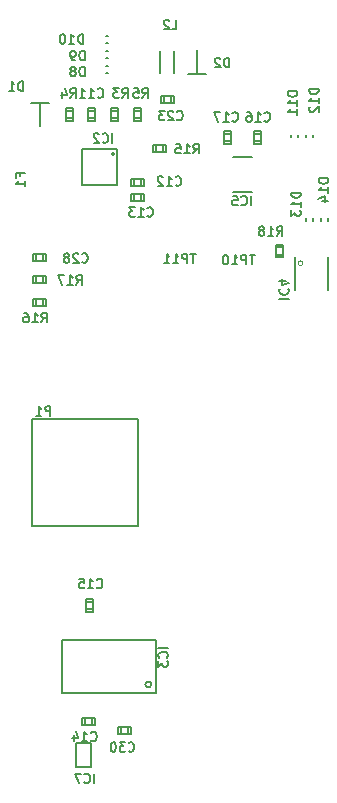
<source format=gbr>
G04 #@! TF.GenerationSoftware,KiCad,Pcbnew,5.1.8+dfsg1-1~bpo10+1*
G04 #@! TF.CreationDate,2021-01-02T21:10:29+01:00*
G04 #@! TF.ProjectId,easyhive,65617379-6869-4766-952e-6b696361645f,rev?*
G04 #@! TF.SameCoordinates,Original*
G04 #@! TF.FileFunction,Legend,Bot*
G04 #@! TF.FilePolarity,Positive*
%FSLAX46Y46*%
G04 Gerber Fmt 4.6, Leading zero omitted, Abs format (unit mm)*
G04 Created by KiCad (PCBNEW 5.1.8+dfsg1-1~bpo10+1) date 2021-01-02 21:10:29*
%MOMM*%
%LPD*%
G01*
G04 APERTURE LIST*
%ADD10C,0.127000*%
%ADD11C,0.203200*%
%ADD12C,0.150000*%
%ADD13C,0.100000*%
%ADD14C,0.152400*%
G04 APERTURE END LIST*
D10*
X157930000Y-90220000D02*
X157330000Y-90220000D01*
X157930000Y-89620000D02*
X157330000Y-89620000D01*
X157930000Y-90220000D02*
X157930000Y-90470000D01*
X157930000Y-89620000D02*
X157930000Y-90220000D01*
X157930000Y-89370000D02*
X157930000Y-89620000D01*
X157330000Y-90220000D02*
X157330000Y-90470000D01*
X157330000Y-89620000D02*
X157330000Y-90220000D01*
X157330000Y-89370000D02*
X157330000Y-89620000D01*
X157930000Y-90470000D02*
X157330000Y-90470000D01*
X157930000Y-89370000D02*
X157330000Y-89370000D01*
X137651100Y-92038600D02*
X137651100Y-92638600D01*
X137051100Y-92038600D02*
X137051100Y-92638600D01*
X137651100Y-92038600D02*
X137901100Y-92038600D01*
X137051100Y-92038600D02*
X137651100Y-92038600D01*
X136801100Y-92038600D02*
X137051100Y-92038600D01*
X137651100Y-92638600D02*
X137901100Y-92638600D01*
X137051100Y-92638600D02*
X137651100Y-92638600D01*
X136801100Y-92638600D02*
X137051100Y-92638600D01*
X137901100Y-92038600D02*
X137901100Y-92638600D01*
X136801100Y-92038600D02*
X136801100Y-92638600D01*
X137051100Y-94543600D02*
X137051100Y-93943600D01*
X137651100Y-94543600D02*
X137651100Y-93943600D01*
X137051100Y-94543600D02*
X136801100Y-94543600D01*
X137651100Y-94543600D02*
X137051100Y-94543600D01*
X137901100Y-94543600D02*
X137651100Y-94543600D01*
X137051100Y-93943600D02*
X136801100Y-93943600D01*
X137651100Y-93943600D02*
X137051100Y-93943600D01*
X137901100Y-93943600D02*
X137651100Y-93943600D01*
X136801100Y-94543600D02*
X136801100Y-93943600D01*
X137901100Y-94543600D02*
X137901100Y-93943600D01*
X147211100Y-81526100D02*
X147211100Y-80926100D01*
X147811100Y-81526100D02*
X147811100Y-80926100D01*
X147211100Y-81526100D02*
X146961100Y-81526100D01*
X147811100Y-81526100D02*
X147211100Y-81526100D01*
X148061100Y-81526100D02*
X147811100Y-81526100D01*
X147211100Y-80926100D02*
X146961100Y-80926100D01*
X147811100Y-80926100D02*
X147211100Y-80926100D01*
X148061100Y-80926100D02*
X147811100Y-80926100D01*
X146961100Y-81526100D02*
X146961100Y-80926100D01*
X148061100Y-81526100D02*
X148061100Y-80926100D01*
X145906100Y-78668600D02*
X145306100Y-78668600D01*
X145906100Y-78068600D02*
X145306100Y-78068600D01*
X145906100Y-78668600D02*
X145906100Y-78918600D01*
X145906100Y-78068600D02*
X145906100Y-78668600D01*
X145906100Y-77818600D02*
X145906100Y-78068600D01*
X145306100Y-78668600D02*
X145306100Y-78918600D01*
X145306100Y-78068600D02*
X145306100Y-78668600D01*
X145306100Y-77818600D02*
X145306100Y-78068600D01*
X145906100Y-78918600D02*
X145306100Y-78918600D01*
X145906100Y-77818600D02*
X145306100Y-77818600D01*
X140191100Y-78668600D02*
X139591100Y-78668600D01*
X140191100Y-78068600D02*
X139591100Y-78068600D01*
X140191100Y-78668600D02*
X140191100Y-78918600D01*
X140191100Y-78068600D02*
X140191100Y-78668600D01*
X140191100Y-77818600D02*
X140191100Y-78068600D01*
X139591100Y-78668600D02*
X139591100Y-78918600D01*
X139591100Y-78068600D02*
X139591100Y-78668600D01*
X139591100Y-77818600D02*
X139591100Y-78068600D01*
X140191100Y-78918600D02*
X139591100Y-78918600D01*
X140191100Y-77818600D02*
X139591100Y-77818600D01*
X144001100Y-78668600D02*
X143401100Y-78668600D01*
X144001100Y-78068600D02*
X143401100Y-78068600D01*
X144001100Y-78668600D02*
X144001100Y-78918600D01*
X144001100Y-78068600D02*
X144001100Y-78668600D01*
X144001100Y-77818600D02*
X144001100Y-78068600D01*
X143401100Y-78668600D02*
X143401100Y-78918600D01*
X143401100Y-78068600D02*
X143401100Y-78668600D01*
X143401100Y-77818600D02*
X143401100Y-78068600D01*
X144001100Y-78918600D02*
X143401100Y-78918600D01*
X144001100Y-77818600D02*
X143401100Y-77818600D01*
X145700000Y-104175000D02*
X136700000Y-104175000D01*
X145700000Y-113175000D02*
X145700000Y-104175000D01*
X136700000Y-113175000D02*
X145700000Y-113175000D01*
X136700000Y-104175000D02*
X136700000Y-113175000D01*
D11*
X147546100Y-74823600D02*
X147546100Y-73023600D01*
X148746100Y-73023600D02*
X148746100Y-74823600D01*
D12*
X141740000Y-133603000D02*
X141740000Y-131603000D01*
X141740000Y-131603000D02*
X140440000Y-131603000D01*
X140440000Y-131603000D02*
X140440000Y-133603000D01*
X140440000Y-133603000D02*
X141740000Y-133603000D01*
D10*
X153696100Y-84948600D02*
X155296100Y-84948600D01*
X155296100Y-81948600D02*
X153696100Y-81948600D01*
D11*
X161800000Y-90450000D02*
X161800000Y-93250000D01*
X158950000Y-93250000D02*
X158950000Y-90450000D01*
D13*
X159650000Y-90950000D02*
G75*
G03*
X159650000Y-90950000I-200000J0D01*
G01*
D10*
X146805000Y-126616000D02*
G75*
G03*
X146805000Y-126616000I-250000J0D01*
G01*
X147205000Y-127366000D02*
X147205000Y-122866000D01*
X139255000Y-127366000D02*
X147205000Y-127366000D01*
X139255000Y-122866000D02*
X139255000Y-127366000D01*
X147205000Y-122866000D02*
X139255000Y-122866000D01*
D14*
X143931100Y-81313600D02*
X140931100Y-81313600D01*
X140931100Y-81313600D02*
X140931100Y-84313600D01*
X140931100Y-84313600D02*
X143931100Y-84313600D01*
X143931100Y-84313600D02*
X143931100Y-81313600D01*
X143681100Y-81688600D02*
G75*
G03*
X143681100Y-81688600I-125000J0D01*
G01*
D10*
X161181100Y-87358600D02*
X161181100Y-87158600D01*
X161781100Y-87358600D02*
X161781100Y-87158600D01*
X159911100Y-87358600D02*
X159911100Y-87158600D01*
X160511100Y-87358600D02*
X160511100Y-87158600D01*
X160511100Y-80108600D02*
X160511100Y-80308600D01*
X159911100Y-80108600D02*
X159911100Y-80308600D01*
X159241100Y-80108600D02*
X159241100Y-80308600D01*
X158641100Y-80108600D02*
X158641100Y-80308600D01*
X142966100Y-71718600D02*
X143166100Y-71718600D01*
X142966100Y-72318600D02*
X143166100Y-72318600D01*
X142966100Y-72988600D02*
X143166100Y-72988600D01*
X142966100Y-73588600D02*
X143166100Y-73588600D01*
X142966100Y-74258600D02*
X143166100Y-74258600D01*
X142966100Y-74858600D02*
X143166100Y-74858600D01*
D12*
X151436100Y-74923600D02*
X149936100Y-74923600D01*
X149936100Y-74923600D02*
X150686100Y-74923600D01*
X150686100Y-73423600D02*
X150686100Y-74923600D01*
X150686100Y-74923600D02*
X150686100Y-72923600D01*
X136601100Y-77368600D02*
X138101100Y-77368600D01*
X138101100Y-77368600D02*
X137351100Y-77368600D01*
X137351100Y-78868600D02*
X137351100Y-77368600D01*
X137351100Y-77368600D02*
X137351100Y-79368600D01*
D10*
X144218000Y-130856000D02*
X144218000Y-130256000D01*
X144818000Y-130856000D02*
X144818000Y-130256000D01*
X144218000Y-130856000D02*
X143968000Y-130856000D01*
X144818000Y-130856000D02*
X144218000Y-130856000D01*
X145068000Y-130856000D02*
X144818000Y-130856000D01*
X144218000Y-130256000D02*
X143968000Y-130256000D01*
X144818000Y-130256000D02*
X144218000Y-130256000D01*
X145068000Y-130256000D02*
X144818000Y-130256000D01*
X143968000Y-130856000D02*
X143968000Y-130256000D01*
X145068000Y-130856000D02*
X145068000Y-130256000D01*
X137051100Y-90733600D02*
X137051100Y-90133600D01*
X137651100Y-90733600D02*
X137651100Y-90133600D01*
X137051100Y-90733600D02*
X136801100Y-90733600D01*
X137651100Y-90733600D02*
X137051100Y-90733600D01*
X137901100Y-90733600D02*
X137651100Y-90733600D01*
X137051100Y-90133600D02*
X136801100Y-90133600D01*
X137651100Y-90133600D02*
X137051100Y-90133600D01*
X137901100Y-90133600D02*
X137651100Y-90133600D01*
X136801100Y-90733600D02*
X136801100Y-90133600D01*
X137901100Y-90733600D02*
X137901100Y-90133600D01*
X148446100Y-76798600D02*
X148446100Y-77398600D01*
X147846100Y-76798600D02*
X147846100Y-77398600D01*
X148446100Y-76798600D02*
X148696100Y-76798600D01*
X147846100Y-76798600D02*
X148446100Y-76798600D01*
X147596100Y-76798600D02*
X147846100Y-76798600D01*
X148446100Y-77398600D02*
X148696100Y-77398600D01*
X147846100Y-77398600D02*
X148446100Y-77398600D01*
X147596100Y-77398600D02*
X147846100Y-77398600D01*
X148696100Y-76798600D02*
X148696100Y-77398600D01*
X147596100Y-76798600D02*
X147596100Y-77398600D01*
X152926100Y-79973600D02*
X153526100Y-79973600D01*
X152926100Y-80573600D02*
X153526100Y-80573600D01*
X152926100Y-79973600D02*
X152926100Y-79723600D01*
X152926100Y-80573600D02*
X152926100Y-79973600D01*
X152926100Y-80823600D02*
X152926100Y-80573600D01*
X153526100Y-79973600D02*
X153526100Y-79723600D01*
X153526100Y-80573600D02*
X153526100Y-79973600D01*
X153526100Y-80823600D02*
X153526100Y-80573600D01*
X152926100Y-79723600D02*
X153526100Y-79723600D01*
X152926100Y-80823600D02*
X153526100Y-80823600D01*
X155466100Y-79973600D02*
X156066100Y-79973600D01*
X155466100Y-80573600D02*
X156066100Y-80573600D01*
X155466100Y-79973600D02*
X155466100Y-79723600D01*
X155466100Y-80573600D02*
X155466100Y-79973600D01*
X155466100Y-80823600D02*
X155466100Y-80573600D01*
X156066100Y-79973600D02*
X156066100Y-79723600D01*
X156066100Y-80573600D02*
X156066100Y-79973600D01*
X156066100Y-80823600D02*
X156066100Y-80573600D01*
X155466100Y-79723600D02*
X156066100Y-79723600D01*
X155466100Y-80823600D02*
X156066100Y-80823600D01*
X141305000Y-119596000D02*
X141905000Y-119596000D01*
X141305000Y-120196000D02*
X141905000Y-120196000D01*
X141305000Y-119596000D02*
X141305000Y-119346000D01*
X141305000Y-120196000D02*
X141305000Y-119596000D01*
X141305000Y-120446000D02*
X141305000Y-120196000D01*
X141905000Y-119596000D02*
X141905000Y-119346000D01*
X141905000Y-120196000D02*
X141905000Y-119596000D01*
X141905000Y-120446000D02*
X141905000Y-120196000D01*
X141305000Y-119346000D02*
X141905000Y-119346000D01*
X141305000Y-120446000D02*
X141905000Y-120446000D01*
X141195400Y-130043200D02*
X141195400Y-129443200D01*
X141795400Y-130043200D02*
X141795400Y-129443200D01*
X141195400Y-130043200D02*
X140945400Y-130043200D01*
X141795400Y-130043200D02*
X141195400Y-130043200D01*
X142045400Y-130043200D02*
X141795400Y-130043200D01*
X141195400Y-129443200D02*
X140945400Y-129443200D01*
X141795400Y-129443200D02*
X141195400Y-129443200D01*
X142045400Y-129443200D02*
X141795400Y-129443200D01*
X140945400Y-130043200D02*
X140945400Y-129443200D01*
X142045400Y-130043200D02*
X142045400Y-129443200D01*
X145906100Y-85053600D02*
X145906100Y-85653600D01*
X145306100Y-85053600D02*
X145306100Y-85653600D01*
X145906100Y-85053600D02*
X146156100Y-85053600D01*
X145306100Y-85053600D02*
X145906100Y-85053600D01*
X145056100Y-85053600D02*
X145306100Y-85053600D01*
X145906100Y-85653600D02*
X146156100Y-85653600D01*
X145306100Y-85653600D02*
X145906100Y-85653600D01*
X145056100Y-85653600D02*
X145306100Y-85653600D01*
X146156100Y-85053600D02*
X146156100Y-85653600D01*
X145056100Y-85053600D02*
X145056100Y-85653600D01*
X145906100Y-83783600D02*
X145906100Y-84383600D01*
X145306100Y-83783600D02*
X145306100Y-84383600D01*
X145906100Y-83783600D02*
X146156100Y-83783600D01*
X145306100Y-83783600D02*
X145906100Y-83783600D01*
X145056100Y-83783600D02*
X145306100Y-83783600D01*
X145906100Y-84383600D02*
X146156100Y-84383600D01*
X145306100Y-84383600D02*
X145906100Y-84383600D01*
X145056100Y-84383600D02*
X145306100Y-84383600D01*
X146156100Y-83783600D02*
X146156100Y-84383600D01*
X145056100Y-83783600D02*
X145056100Y-84383600D01*
X141450000Y-78050000D02*
X142050000Y-78050000D01*
X141450000Y-78650000D02*
X142050000Y-78650000D01*
X141450000Y-78050000D02*
X141450000Y-77800000D01*
X141450000Y-78650000D02*
X141450000Y-78050000D01*
X141450000Y-78900000D02*
X141450000Y-78650000D01*
X142050000Y-78050000D02*
X142050000Y-77800000D01*
X142050000Y-78650000D02*
X142050000Y-78050000D01*
X142050000Y-78900000D02*
X142050000Y-78650000D01*
X141450000Y-77800000D02*
X142050000Y-77800000D01*
X141450000Y-78900000D02*
X142050000Y-78900000D01*
D12*
X150576309Y-90161904D02*
X150119166Y-90161904D01*
X150347738Y-90961904D02*
X150347738Y-90161904D01*
X149852500Y-90961904D02*
X149852500Y-90161904D01*
X149547738Y-90161904D01*
X149471547Y-90200000D01*
X149433452Y-90238095D01*
X149395357Y-90314285D01*
X149395357Y-90428571D01*
X149433452Y-90504761D01*
X149471547Y-90542857D01*
X149547738Y-90580952D01*
X149852500Y-90580952D01*
X148633452Y-90961904D02*
X149090595Y-90961904D01*
X148862023Y-90961904D02*
X148862023Y-90161904D01*
X148938214Y-90276190D01*
X149014404Y-90352380D01*
X149090595Y-90390476D01*
X147871547Y-90961904D02*
X148328690Y-90961904D01*
X148100119Y-90961904D02*
X148100119Y-90161904D01*
X148176309Y-90276190D01*
X148252500Y-90352380D01*
X148328690Y-90390476D01*
X155576509Y-90261804D02*
X155119366Y-90261804D01*
X155347938Y-91061804D02*
X155347938Y-90261804D01*
X154852700Y-91061804D02*
X154852700Y-90261804D01*
X154547938Y-90261804D01*
X154471747Y-90299900D01*
X154433652Y-90337995D01*
X154395557Y-90414185D01*
X154395557Y-90528471D01*
X154433652Y-90604661D01*
X154471747Y-90642757D01*
X154547938Y-90680852D01*
X154852700Y-90680852D01*
X153633652Y-91061804D02*
X154090795Y-91061804D01*
X153862223Y-91061804D02*
X153862223Y-90261804D01*
X153938414Y-90376090D01*
X154014604Y-90452280D01*
X154090795Y-90490376D01*
X153138414Y-90261804D02*
X153062223Y-90261804D01*
X152986033Y-90299900D01*
X152947938Y-90337995D01*
X152909842Y-90414185D01*
X152871747Y-90566566D01*
X152871747Y-90757042D01*
X152909842Y-90909423D01*
X152947938Y-90985614D01*
X152986033Y-91023709D01*
X153062223Y-91061804D01*
X153138414Y-91061804D01*
X153214604Y-91023709D01*
X153252700Y-90985614D01*
X153290795Y-90909423D01*
X153328890Y-90757042D01*
X153328890Y-90566566D01*
X153290795Y-90414185D01*
X153252700Y-90337995D01*
X153214604Y-90299900D01*
X153138414Y-90261804D01*
X157434880Y-88631904D02*
X157701547Y-88250952D01*
X157892023Y-88631904D02*
X157892023Y-87831904D01*
X157587261Y-87831904D01*
X157511071Y-87870000D01*
X157472976Y-87908095D01*
X157434880Y-87984285D01*
X157434880Y-88098571D01*
X157472976Y-88174761D01*
X157511071Y-88212857D01*
X157587261Y-88250952D01*
X157892023Y-88250952D01*
X156672976Y-88631904D02*
X157130119Y-88631904D01*
X156901547Y-88631904D02*
X156901547Y-87831904D01*
X156977738Y-87946190D01*
X157053928Y-88022380D01*
X157130119Y-88060476D01*
X156215833Y-88174761D02*
X156292023Y-88136666D01*
X156330119Y-88098571D01*
X156368214Y-88022380D01*
X156368214Y-87984285D01*
X156330119Y-87908095D01*
X156292023Y-87870000D01*
X156215833Y-87831904D01*
X156063452Y-87831904D01*
X155987261Y-87870000D01*
X155949166Y-87908095D01*
X155911071Y-87984285D01*
X155911071Y-88022380D01*
X155949166Y-88098571D01*
X155987261Y-88136666D01*
X156063452Y-88174761D01*
X156215833Y-88174761D01*
X156292023Y-88212857D01*
X156330119Y-88250952D01*
X156368214Y-88327142D01*
X156368214Y-88479523D01*
X156330119Y-88555714D01*
X156292023Y-88593809D01*
X156215833Y-88631904D01*
X156063452Y-88631904D01*
X155987261Y-88593809D01*
X155949166Y-88555714D01*
X155911071Y-88479523D01*
X155911071Y-88327142D01*
X155949166Y-88250952D01*
X155987261Y-88212857D01*
X156063452Y-88174761D01*
X140454880Y-92761904D02*
X140721547Y-92380952D01*
X140912023Y-92761904D02*
X140912023Y-91961904D01*
X140607261Y-91961904D01*
X140531071Y-92000000D01*
X140492976Y-92038095D01*
X140454880Y-92114285D01*
X140454880Y-92228571D01*
X140492976Y-92304761D01*
X140531071Y-92342857D01*
X140607261Y-92380952D01*
X140912023Y-92380952D01*
X139692976Y-92761904D02*
X140150119Y-92761904D01*
X139921547Y-92761904D02*
X139921547Y-91961904D01*
X139997738Y-92076190D01*
X140073928Y-92152380D01*
X140150119Y-92190476D01*
X139426309Y-91961904D02*
X138892976Y-91961904D01*
X139235833Y-92761904D01*
X137473690Y-95961904D02*
X137740357Y-95580952D01*
X137930833Y-95961904D02*
X137930833Y-95161904D01*
X137626071Y-95161904D01*
X137549880Y-95200000D01*
X137511785Y-95238095D01*
X137473690Y-95314285D01*
X137473690Y-95428571D01*
X137511785Y-95504761D01*
X137549880Y-95542857D01*
X137626071Y-95580952D01*
X137930833Y-95580952D01*
X136711785Y-95961904D02*
X137168928Y-95961904D01*
X136940357Y-95961904D02*
X136940357Y-95161904D01*
X137016547Y-95276190D01*
X137092738Y-95352380D01*
X137168928Y-95390476D01*
X136026071Y-95161904D02*
X136178452Y-95161904D01*
X136254642Y-95200000D01*
X136292738Y-95238095D01*
X136368928Y-95352380D01*
X136407023Y-95504761D01*
X136407023Y-95809523D01*
X136368928Y-95885714D01*
X136330833Y-95923809D01*
X136254642Y-95961904D01*
X136102261Y-95961904D01*
X136026071Y-95923809D01*
X135987976Y-95885714D01*
X135949880Y-95809523D01*
X135949880Y-95619047D01*
X135987976Y-95542857D01*
X136026071Y-95504761D01*
X136102261Y-95466666D01*
X136254642Y-95466666D01*
X136330833Y-95504761D01*
X136368928Y-95542857D01*
X136407023Y-95619047D01*
X150373690Y-81661904D02*
X150640357Y-81280952D01*
X150830833Y-81661904D02*
X150830833Y-80861904D01*
X150526071Y-80861904D01*
X150449880Y-80900000D01*
X150411785Y-80938095D01*
X150373690Y-81014285D01*
X150373690Y-81128571D01*
X150411785Y-81204761D01*
X150449880Y-81242857D01*
X150526071Y-81280952D01*
X150830833Y-81280952D01*
X149611785Y-81661904D02*
X150068928Y-81661904D01*
X149840357Y-81661904D02*
X149840357Y-80861904D01*
X149916547Y-80976190D01*
X149992738Y-81052380D01*
X150068928Y-81090476D01*
X148887976Y-80861904D02*
X149268928Y-80861904D01*
X149307023Y-81242857D01*
X149268928Y-81204761D01*
X149192738Y-81166666D01*
X149002261Y-81166666D01*
X148926071Y-81204761D01*
X148887976Y-81242857D01*
X148849880Y-81319047D01*
X148849880Y-81509523D01*
X148887976Y-81585714D01*
X148926071Y-81623809D01*
X149002261Y-81661904D01*
X149192738Y-81661904D01*
X149268928Y-81623809D01*
X149307023Y-81585714D01*
X146054880Y-76961904D02*
X146321547Y-76580952D01*
X146512023Y-76961904D02*
X146512023Y-76161904D01*
X146207261Y-76161904D01*
X146131071Y-76200000D01*
X146092976Y-76238095D01*
X146054880Y-76314285D01*
X146054880Y-76428571D01*
X146092976Y-76504761D01*
X146131071Y-76542857D01*
X146207261Y-76580952D01*
X146512023Y-76580952D01*
X145331071Y-76161904D02*
X145712023Y-76161904D01*
X145750119Y-76542857D01*
X145712023Y-76504761D01*
X145635833Y-76466666D01*
X145445357Y-76466666D01*
X145369166Y-76504761D01*
X145331071Y-76542857D01*
X145292976Y-76619047D01*
X145292976Y-76809523D01*
X145331071Y-76885714D01*
X145369166Y-76923809D01*
X145445357Y-76961904D01*
X145635833Y-76961904D01*
X145712023Y-76923809D01*
X145750119Y-76885714D01*
X139954880Y-76961904D02*
X140221547Y-76580952D01*
X140412023Y-76961904D02*
X140412023Y-76161904D01*
X140107261Y-76161904D01*
X140031071Y-76200000D01*
X139992976Y-76238095D01*
X139954880Y-76314285D01*
X139954880Y-76428571D01*
X139992976Y-76504761D01*
X140031071Y-76542857D01*
X140107261Y-76580952D01*
X140412023Y-76580952D01*
X139269166Y-76428571D02*
X139269166Y-76961904D01*
X139459642Y-76123809D02*
X139650119Y-76695238D01*
X139154880Y-76695238D01*
X144354880Y-76961904D02*
X144621547Y-76580952D01*
X144812023Y-76961904D02*
X144812023Y-76161904D01*
X144507261Y-76161904D01*
X144431071Y-76200000D01*
X144392976Y-76238095D01*
X144354880Y-76314285D01*
X144354880Y-76428571D01*
X144392976Y-76504761D01*
X144431071Y-76542857D01*
X144507261Y-76580952D01*
X144812023Y-76580952D01*
X144088214Y-76161904D02*
X143592976Y-76161904D01*
X143859642Y-76466666D01*
X143745357Y-76466666D01*
X143669166Y-76504761D01*
X143631071Y-76542857D01*
X143592976Y-76619047D01*
X143592976Y-76809523D01*
X143631071Y-76885714D01*
X143669166Y-76923809D01*
X143745357Y-76961904D01*
X143973928Y-76961904D01*
X144050119Y-76923809D01*
X144088214Y-76885714D01*
X138268928Y-103861904D02*
X138268928Y-103061904D01*
X137964166Y-103061904D01*
X137887976Y-103100000D01*
X137849880Y-103138095D01*
X137811785Y-103214285D01*
X137811785Y-103328571D01*
X137849880Y-103404761D01*
X137887976Y-103442857D01*
X137964166Y-103480952D01*
X138268928Y-103480952D01*
X137049880Y-103861904D02*
X137507023Y-103861904D01*
X137278452Y-103861904D02*
X137278452Y-103061904D01*
X137354642Y-103176190D01*
X137430833Y-103252380D01*
X137507023Y-103290476D01*
X148535595Y-71161904D02*
X148916547Y-71161904D01*
X148916547Y-70361904D01*
X148307023Y-70438095D02*
X148268928Y-70400000D01*
X148192738Y-70361904D01*
X148002261Y-70361904D01*
X147926071Y-70400000D01*
X147887976Y-70438095D01*
X147849880Y-70514285D01*
X147849880Y-70590476D01*
X147887976Y-70704761D01*
X148345119Y-71161904D01*
X147849880Y-71161904D01*
X141980952Y-134961904D02*
X141980952Y-134161904D01*
X141142857Y-134885714D02*
X141180952Y-134923809D01*
X141295238Y-134961904D01*
X141371428Y-134961904D01*
X141485714Y-134923809D01*
X141561904Y-134847619D01*
X141600000Y-134771428D01*
X141638095Y-134619047D01*
X141638095Y-134504761D01*
X141600000Y-134352380D01*
X141561904Y-134276190D01*
X141485714Y-134200000D01*
X141371428Y-134161904D01*
X141295238Y-134161904D01*
X141180952Y-134200000D01*
X141142857Y-134238095D01*
X140876190Y-134161904D02*
X140342857Y-134161904D01*
X140685714Y-134961904D01*
X155249880Y-86061904D02*
X155249880Y-85261904D01*
X154411785Y-85985714D02*
X154449880Y-86023809D01*
X154564166Y-86061904D01*
X154640357Y-86061904D01*
X154754642Y-86023809D01*
X154830833Y-85947619D01*
X154868928Y-85871428D01*
X154907023Y-85719047D01*
X154907023Y-85604761D01*
X154868928Y-85452380D01*
X154830833Y-85376190D01*
X154754642Y-85300000D01*
X154640357Y-85261904D01*
X154564166Y-85261904D01*
X154449880Y-85300000D01*
X154411785Y-85338095D01*
X153687976Y-85261904D02*
X154068928Y-85261904D01*
X154107023Y-85642857D01*
X154068928Y-85604761D01*
X153992738Y-85566666D01*
X153802261Y-85566666D01*
X153726071Y-85604761D01*
X153687976Y-85642857D01*
X153649880Y-85719047D01*
X153649880Y-85909523D01*
X153687976Y-85985714D01*
X153726071Y-86023809D01*
X153802261Y-86061904D01*
X153992738Y-86061904D01*
X154068928Y-86023809D01*
X154107023Y-85985714D01*
X157638095Y-93949880D02*
X158438095Y-93949880D01*
X157714285Y-93111785D02*
X157676190Y-93149880D01*
X157638095Y-93264166D01*
X157638095Y-93340357D01*
X157676190Y-93454642D01*
X157752380Y-93530833D01*
X157828571Y-93568928D01*
X157980952Y-93607023D01*
X158095238Y-93607023D01*
X158247619Y-93568928D01*
X158323809Y-93530833D01*
X158400000Y-93454642D01*
X158438095Y-93340357D01*
X158438095Y-93264166D01*
X158400000Y-93149880D01*
X158361904Y-93111785D01*
X158171428Y-92426071D02*
X157638095Y-92426071D01*
X158476190Y-92616547D02*
X157904761Y-92807023D01*
X157904761Y-92311785D01*
X148211904Y-123500119D02*
X147411904Y-123500119D01*
X148135714Y-124338214D02*
X148173809Y-124300119D01*
X148211904Y-124185833D01*
X148211904Y-124109642D01*
X148173809Y-123995357D01*
X148097619Y-123919166D01*
X148021428Y-123881071D01*
X147869047Y-123842976D01*
X147754761Y-123842976D01*
X147602380Y-123881071D01*
X147526190Y-123919166D01*
X147450000Y-123995357D01*
X147411904Y-124109642D01*
X147411904Y-124185833D01*
X147450000Y-124300119D01*
X147488095Y-124338214D01*
X147411904Y-124604880D02*
X147411904Y-125100119D01*
X147716666Y-124833452D01*
X147716666Y-124947738D01*
X147754761Y-125023928D01*
X147792857Y-125062023D01*
X147869047Y-125100119D01*
X148059523Y-125100119D01*
X148135714Y-125062023D01*
X148173809Y-125023928D01*
X148211904Y-124947738D01*
X148211904Y-124719166D01*
X148173809Y-124642976D01*
X148135714Y-124604880D01*
X143512023Y-80761904D02*
X143512023Y-79961904D01*
X142673928Y-80685714D02*
X142712023Y-80723809D01*
X142826309Y-80761904D01*
X142902500Y-80761904D01*
X143016785Y-80723809D01*
X143092976Y-80647619D01*
X143131071Y-80571428D01*
X143169166Y-80419047D01*
X143169166Y-80304761D01*
X143131071Y-80152380D01*
X143092976Y-80076190D01*
X143016785Y-80000000D01*
X142902500Y-79961904D01*
X142826309Y-79961904D01*
X142712023Y-80000000D01*
X142673928Y-80038095D01*
X142369166Y-80038095D02*
X142331071Y-80000000D01*
X142254880Y-79961904D01*
X142064404Y-79961904D01*
X141988214Y-80000000D01*
X141950119Y-80038095D01*
X141912023Y-80114285D01*
X141912023Y-80190476D01*
X141950119Y-80304761D01*
X142407261Y-80761904D01*
X141912023Y-80761904D01*
X135692857Y-83604642D02*
X135692857Y-83337976D01*
X136111904Y-83337976D02*
X135311904Y-83337976D01*
X135311904Y-83718928D01*
X136111904Y-84442738D02*
X136111904Y-83985595D01*
X136111904Y-84214166D02*
X135311904Y-84214166D01*
X135426190Y-84137976D01*
X135502380Y-84061785D01*
X135540476Y-83985595D01*
X161761904Y-83769166D02*
X160961904Y-83769166D01*
X160961904Y-83959642D01*
X161000000Y-84073928D01*
X161076190Y-84150119D01*
X161152380Y-84188214D01*
X161304761Y-84226309D01*
X161419047Y-84226309D01*
X161571428Y-84188214D01*
X161647619Y-84150119D01*
X161723809Y-84073928D01*
X161761904Y-83959642D01*
X161761904Y-83769166D01*
X161761904Y-84988214D02*
X161761904Y-84531071D01*
X161761904Y-84759642D02*
X160961904Y-84759642D01*
X161076190Y-84683452D01*
X161152380Y-84607261D01*
X161190476Y-84531071D01*
X161228571Y-85673928D02*
X161761904Y-85673928D01*
X160923809Y-85483452D02*
X161495238Y-85292976D01*
X161495238Y-85788214D01*
X159461904Y-84969166D02*
X158661904Y-84969166D01*
X158661904Y-85159642D01*
X158700000Y-85273928D01*
X158776190Y-85350119D01*
X158852380Y-85388214D01*
X159004761Y-85426309D01*
X159119047Y-85426309D01*
X159271428Y-85388214D01*
X159347619Y-85350119D01*
X159423809Y-85273928D01*
X159461904Y-85159642D01*
X159461904Y-84969166D01*
X159461904Y-86188214D02*
X159461904Y-85731071D01*
X159461904Y-85959642D02*
X158661904Y-85959642D01*
X158776190Y-85883452D01*
X158852380Y-85807261D01*
X158890476Y-85731071D01*
X158661904Y-86454880D02*
X158661904Y-86950119D01*
X158966666Y-86683452D01*
X158966666Y-86797738D01*
X159004761Y-86873928D01*
X159042857Y-86912023D01*
X159119047Y-86950119D01*
X159309523Y-86950119D01*
X159385714Y-86912023D01*
X159423809Y-86873928D01*
X159461904Y-86797738D01*
X159461904Y-86569166D01*
X159423809Y-86492976D01*
X159385714Y-86454880D01*
X160961904Y-76187976D02*
X160161904Y-76187976D01*
X160161904Y-76378452D01*
X160200000Y-76492738D01*
X160276190Y-76568928D01*
X160352380Y-76607023D01*
X160504761Y-76645119D01*
X160619047Y-76645119D01*
X160771428Y-76607023D01*
X160847619Y-76568928D01*
X160923809Y-76492738D01*
X160961904Y-76378452D01*
X160961904Y-76187976D01*
X160961904Y-77407023D02*
X160961904Y-76949880D01*
X160961904Y-77178452D02*
X160161904Y-77178452D01*
X160276190Y-77102261D01*
X160352380Y-77026071D01*
X160390476Y-76949880D01*
X160238095Y-77711785D02*
X160200000Y-77749880D01*
X160161904Y-77826071D01*
X160161904Y-78016547D01*
X160200000Y-78092738D01*
X160238095Y-78130833D01*
X160314285Y-78168928D01*
X160390476Y-78168928D01*
X160504761Y-78130833D01*
X160961904Y-77673690D01*
X160961904Y-78168928D01*
X159161904Y-76387976D02*
X158361904Y-76387976D01*
X158361904Y-76578452D01*
X158400000Y-76692738D01*
X158476190Y-76768928D01*
X158552380Y-76807023D01*
X158704761Y-76845119D01*
X158819047Y-76845119D01*
X158971428Y-76807023D01*
X159047619Y-76768928D01*
X159123809Y-76692738D01*
X159161904Y-76578452D01*
X159161904Y-76387976D01*
X159161904Y-77607023D02*
X159161904Y-77149880D01*
X159161904Y-77378452D02*
X158361904Y-77378452D01*
X158476190Y-77302261D01*
X158552380Y-77226071D01*
X158590476Y-77149880D01*
X159161904Y-78368928D02*
X159161904Y-77911785D01*
X159161904Y-78140357D02*
X158361904Y-78140357D01*
X158476190Y-78064166D01*
X158552380Y-77987976D01*
X158590476Y-77911785D01*
X141030833Y-72361904D02*
X141030833Y-71561904D01*
X140840357Y-71561904D01*
X140726071Y-71600000D01*
X140649880Y-71676190D01*
X140611785Y-71752380D01*
X140573690Y-71904761D01*
X140573690Y-72019047D01*
X140611785Y-72171428D01*
X140649880Y-72247619D01*
X140726071Y-72323809D01*
X140840357Y-72361904D01*
X141030833Y-72361904D01*
X139811785Y-72361904D02*
X140268928Y-72361904D01*
X140040357Y-72361904D02*
X140040357Y-71561904D01*
X140116547Y-71676190D01*
X140192738Y-71752380D01*
X140268928Y-71790476D01*
X139316547Y-71561904D02*
X139240357Y-71561904D01*
X139164166Y-71600000D01*
X139126071Y-71638095D01*
X139087976Y-71714285D01*
X139049880Y-71866666D01*
X139049880Y-72057142D01*
X139087976Y-72209523D01*
X139126071Y-72285714D01*
X139164166Y-72323809D01*
X139240357Y-72361904D01*
X139316547Y-72361904D01*
X139392738Y-72323809D01*
X139430833Y-72285714D01*
X139468928Y-72209523D01*
X139507023Y-72057142D01*
X139507023Y-71866666D01*
X139468928Y-71714285D01*
X139430833Y-71638095D01*
X139392738Y-71600000D01*
X139316547Y-71561904D01*
X141168928Y-73761904D02*
X141168928Y-72961904D01*
X140978452Y-72961904D01*
X140864166Y-73000000D01*
X140787976Y-73076190D01*
X140749880Y-73152380D01*
X140711785Y-73304761D01*
X140711785Y-73419047D01*
X140749880Y-73571428D01*
X140787976Y-73647619D01*
X140864166Y-73723809D01*
X140978452Y-73761904D01*
X141168928Y-73761904D01*
X140330833Y-73761904D02*
X140178452Y-73761904D01*
X140102261Y-73723809D01*
X140064166Y-73685714D01*
X139987976Y-73571428D01*
X139949880Y-73419047D01*
X139949880Y-73114285D01*
X139987976Y-73038095D01*
X140026071Y-73000000D01*
X140102261Y-72961904D01*
X140254642Y-72961904D01*
X140330833Y-73000000D01*
X140368928Y-73038095D01*
X140407023Y-73114285D01*
X140407023Y-73304761D01*
X140368928Y-73380952D01*
X140330833Y-73419047D01*
X140254642Y-73457142D01*
X140102261Y-73457142D01*
X140026071Y-73419047D01*
X139987976Y-73380952D01*
X139949880Y-73304761D01*
X141168928Y-75120504D02*
X141168928Y-74320504D01*
X140978452Y-74320504D01*
X140864166Y-74358600D01*
X140787976Y-74434790D01*
X140749880Y-74510980D01*
X140711785Y-74663361D01*
X140711785Y-74777647D01*
X140749880Y-74930028D01*
X140787976Y-75006219D01*
X140864166Y-75082409D01*
X140978452Y-75120504D01*
X141168928Y-75120504D01*
X140254642Y-74663361D02*
X140330833Y-74625266D01*
X140368928Y-74587171D01*
X140407023Y-74510980D01*
X140407023Y-74472885D01*
X140368928Y-74396695D01*
X140330833Y-74358600D01*
X140254642Y-74320504D01*
X140102261Y-74320504D01*
X140026071Y-74358600D01*
X139987976Y-74396695D01*
X139949880Y-74472885D01*
X139949880Y-74510980D01*
X139987976Y-74587171D01*
X140026071Y-74625266D01*
X140102261Y-74663361D01*
X140254642Y-74663361D01*
X140330833Y-74701457D01*
X140368928Y-74739552D01*
X140407023Y-74815742D01*
X140407023Y-74968123D01*
X140368928Y-75044314D01*
X140330833Y-75082409D01*
X140254642Y-75120504D01*
X140102261Y-75120504D01*
X140026071Y-75082409D01*
X139987976Y-75044314D01*
X139949880Y-74968123D01*
X139949880Y-74815742D01*
X139987976Y-74739552D01*
X140026071Y-74701457D01*
X140102261Y-74663361D01*
X153412023Y-74361904D02*
X153412023Y-73561904D01*
X153221547Y-73561904D01*
X153107261Y-73600000D01*
X153031071Y-73676190D01*
X152992976Y-73752380D01*
X152954880Y-73904761D01*
X152954880Y-74019047D01*
X152992976Y-74171428D01*
X153031071Y-74247619D01*
X153107261Y-74323809D01*
X153221547Y-74361904D01*
X153412023Y-74361904D01*
X152650119Y-73638095D02*
X152612023Y-73600000D01*
X152535833Y-73561904D01*
X152345357Y-73561904D01*
X152269166Y-73600000D01*
X152231071Y-73638095D01*
X152192976Y-73714285D01*
X152192976Y-73790476D01*
X152231071Y-73904761D01*
X152688214Y-74361904D01*
X152192976Y-74361904D01*
X135968928Y-76361904D02*
X135968928Y-75561904D01*
X135778452Y-75561904D01*
X135664166Y-75600000D01*
X135587976Y-75676190D01*
X135549880Y-75752380D01*
X135511785Y-75904761D01*
X135511785Y-76019047D01*
X135549880Y-76171428D01*
X135587976Y-76247619D01*
X135664166Y-76323809D01*
X135778452Y-76361904D01*
X135968928Y-76361904D01*
X134749880Y-76361904D02*
X135207023Y-76361904D01*
X134978452Y-76361904D02*
X134978452Y-75561904D01*
X135054642Y-75676190D01*
X135130833Y-75752380D01*
X135207023Y-75790476D01*
X144873690Y-132235714D02*
X144911785Y-132273809D01*
X145026071Y-132311904D01*
X145102261Y-132311904D01*
X145216547Y-132273809D01*
X145292738Y-132197619D01*
X145330833Y-132121428D01*
X145368928Y-131969047D01*
X145368928Y-131854761D01*
X145330833Y-131702380D01*
X145292738Y-131626190D01*
X145216547Y-131550000D01*
X145102261Y-131511904D01*
X145026071Y-131511904D01*
X144911785Y-131550000D01*
X144873690Y-131588095D01*
X144607023Y-131511904D02*
X144111785Y-131511904D01*
X144378452Y-131816666D01*
X144264166Y-131816666D01*
X144187976Y-131854761D01*
X144149880Y-131892857D01*
X144111785Y-131969047D01*
X144111785Y-132159523D01*
X144149880Y-132235714D01*
X144187976Y-132273809D01*
X144264166Y-132311904D01*
X144492738Y-132311904D01*
X144568928Y-132273809D01*
X144607023Y-132235714D01*
X143616547Y-131511904D02*
X143540357Y-131511904D01*
X143464166Y-131550000D01*
X143426071Y-131588095D01*
X143387976Y-131664285D01*
X143349880Y-131816666D01*
X143349880Y-132007142D01*
X143387976Y-132159523D01*
X143426071Y-132235714D01*
X143464166Y-132273809D01*
X143540357Y-132311904D01*
X143616547Y-132311904D01*
X143692738Y-132273809D01*
X143730833Y-132235714D01*
X143768928Y-132159523D01*
X143807023Y-132007142D01*
X143807023Y-131816666D01*
X143768928Y-131664285D01*
X143730833Y-131588095D01*
X143692738Y-131550000D01*
X143616547Y-131511904D01*
X140923690Y-90835714D02*
X140961785Y-90873809D01*
X141076071Y-90911904D01*
X141152261Y-90911904D01*
X141266547Y-90873809D01*
X141342738Y-90797619D01*
X141380833Y-90721428D01*
X141418928Y-90569047D01*
X141418928Y-90454761D01*
X141380833Y-90302380D01*
X141342738Y-90226190D01*
X141266547Y-90150000D01*
X141152261Y-90111904D01*
X141076071Y-90111904D01*
X140961785Y-90150000D01*
X140923690Y-90188095D01*
X140618928Y-90188095D02*
X140580833Y-90150000D01*
X140504642Y-90111904D01*
X140314166Y-90111904D01*
X140237976Y-90150000D01*
X140199880Y-90188095D01*
X140161785Y-90264285D01*
X140161785Y-90340476D01*
X140199880Y-90454761D01*
X140657023Y-90911904D01*
X140161785Y-90911904D01*
X139704642Y-90454761D02*
X139780833Y-90416666D01*
X139818928Y-90378571D01*
X139857023Y-90302380D01*
X139857023Y-90264285D01*
X139818928Y-90188095D01*
X139780833Y-90150000D01*
X139704642Y-90111904D01*
X139552261Y-90111904D01*
X139476071Y-90150000D01*
X139437976Y-90188095D01*
X139399880Y-90264285D01*
X139399880Y-90302380D01*
X139437976Y-90378571D01*
X139476071Y-90416666D01*
X139552261Y-90454761D01*
X139704642Y-90454761D01*
X139780833Y-90492857D01*
X139818928Y-90530952D01*
X139857023Y-90607142D01*
X139857023Y-90759523D01*
X139818928Y-90835714D01*
X139780833Y-90873809D01*
X139704642Y-90911904D01*
X139552261Y-90911904D01*
X139476071Y-90873809D01*
X139437976Y-90835714D01*
X139399880Y-90759523D01*
X139399880Y-90607142D01*
X139437976Y-90530952D01*
X139476071Y-90492857D01*
X139552261Y-90454761D01*
X148954880Y-78785714D02*
X148992976Y-78823809D01*
X149107261Y-78861904D01*
X149183452Y-78861904D01*
X149297738Y-78823809D01*
X149373928Y-78747619D01*
X149412023Y-78671428D01*
X149450119Y-78519047D01*
X149450119Y-78404761D01*
X149412023Y-78252380D01*
X149373928Y-78176190D01*
X149297738Y-78100000D01*
X149183452Y-78061904D01*
X149107261Y-78061904D01*
X148992976Y-78100000D01*
X148954880Y-78138095D01*
X148650119Y-78138095D02*
X148612023Y-78100000D01*
X148535833Y-78061904D01*
X148345357Y-78061904D01*
X148269166Y-78100000D01*
X148231071Y-78138095D01*
X148192976Y-78214285D01*
X148192976Y-78290476D01*
X148231071Y-78404761D01*
X148688214Y-78861904D01*
X148192976Y-78861904D01*
X147926309Y-78061904D02*
X147431071Y-78061904D01*
X147697738Y-78366666D01*
X147583452Y-78366666D01*
X147507261Y-78404761D01*
X147469166Y-78442857D01*
X147431071Y-78519047D01*
X147431071Y-78709523D01*
X147469166Y-78785714D01*
X147507261Y-78823809D01*
X147583452Y-78861904D01*
X147812023Y-78861904D01*
X147888214Y-78823809D01*
X147926309Y-78785714D01*
X153673690Y-78885714D02*
X153711785Y-78923809D01*
X153826071Y-78961904D01*
X153902261Y-78961904D01*
X154016547Y-78923809D01*
X154092738Y-78847619D01*
X154130833Y-78771428D01*
X154168928Y-78619047D01*
X154168928Y-78504761D01*
X154130833Y-78352380D01*
X154092738Y-78276190D01*
X154016547Y-78200000D01*
X153902261Y-78161904D01*
X153826071Y-78161904D01*
X153711785Y-78200000D01*
X153673690Y-78238095D01*
X152911785Y-78961904D02*
X153368928Y-78961904D01*
X153140357Y-78961904D02*
X153140357Y-78161904D01*
X153216547Y-78276190D01*
X153292738Y-78352380D01*
X153368928Y-78390476D01*
X152645119Y-78161904D02*
X152111785Y-78161904D01*
X152454642Y-78961904D01*
X156373690Y-78885714D02*
X156411785Y-78923809D01*
X156526071Y-78961904D01*
X156602261Y-78961904D01*
X156716547Y-78923809D01*
X156792738Y-78847619D01*
X156830833Y-78771428D01*
X156868928Y-78619047D01*
X156868928Y-78504761D01*
X156830833Y-78352380D01*
X156792738Y-78276190D01*
X156716547Y-78200000D01*
X156602261Y-78161904D01*
X156526071Y-78161904D01*
X156411785Y-78200000D01*
X156373690Y-78238095D01*
X155611785Y-78961904D02*
X156068928Y-78961904D01*
X155840357Y-78961904D02*
X155840357Y-78161904D01*
X155916547Y-78276190D01*
X155992738Y-78352380D01*
X156068928Y-78390476D01*
X154926071Y-78161904D02*
X155078452Y-78161904D01*
X155154642Y-78200000D01*
X155192738Y-78238095D01*
X155268928Y-78352380D01*
X155307023Y-78504761D01*
X155307023Y-78809523D01*
X155268928Y-78885714D01*
X155230833Y-78923809D01*
X155154642Y-78961904D01*
X155002261Y-78961904D01*
X154926071Y-78923809D01*
X154887976Y-78885714D01*
X154849880Y-78809523D01*
X154849880Y-78619047D01*
X154887976Y-78542857D01*
X154926071Y-78504761D01*
X155002261Y-78466666D01*
X155154642Y-78466666D01*
X155230833Y-78504761D01*
X155268928Y-78542857D01*
X155307023Y-78619047D01*
X142173690Y-118385714D02*
X142211785Y-118423809D01*
X142326071Y-118461904D01*
X142402261Y-118461904D01*
X142516547Y-118423809D01*
X142592738Y-118347619D01*
X142630833Y-118271428D01*
X142668928Y-118119047D01*
X142668928Y-118004761D01*
X142630833Y-117852380D01*
X142592738Y-117776190D01*
X142516547Y-117700000D01*
X142402261Y-117661904D01*
X142326071Y-117661904D01*
X142211785Y-117700000D01*
X142173690Y-117738095D01*
X141411785Y-118461904D02*
X141868928Y-118461904D01*
X141640357Y-118461904D02*
X141640357Y-117661904D01*
X141716547Y-117776190D01*
X141792738Y-117852380D01*
X141868928Y-117890476D01*
X140687976Y-117661904D02*
X141068928Y-117661904D01*
X141107023Y-118042857D01*
X141068928Y-118004761D01*
X140992738Y-117966666D01*
X140802261Y-117966666D01*
X140726071Y-118004761D01*
X140687976Y-118042857D01*
X140649880Y-118119047D01*
X140649880Y-118309523D01*
X140687976Y-118385714D01*
X140726071Y-118423809D01*
X140802261Y-118461904D01*
X140992738Y-118461904D01*
X141068928Y-118423809D01*
X141107023Y-118385714D01*
X141673690Y-131335714D02*
X141711785Y-131373809D01*
X141826071Y-131411904D01*
X141902261Y-131411904D01*
X142016547Y-131373809D01*
X142092738Y-131297619D01*
X142130833Y-131221428D01*
X142168928Y-131069047D01*
X142168928Y-130954761D01*
X142130833Y-130802380D01*
X142092738Y-130726190D01*
X142016547Y-130650000D01*
X141902261Y-130611904D01*
X141826071Y-130611904D01*
X141711785Y-130650000D01*
X141673690Y-130688095D01*
X140911785Y-131411904D02*
X141368928Y-131411904D01*
X141140357Y-131411904D02*
X141140357Y-130611904D01*
X141216547Y-130726190D01*
X141292738Y-130802380D01*
X141368928Y-130840476D01*
X140226071Y-130878571D02*
X140226071Y-131411904D01*
X140416547Y-130573809D02*
X140607023Y-131145238D01*
X140111785Y-131145238D01*
X146454880Y-86935714D02*
X146492976Y-86973809D01*
X146607261Y-87011904D01*
X146683452Y-87011904D01*
X146797738Y-86973809D01*
X146873928Y-86897619D01*
X146912023Y-86821428D01*
X146950119Y-86669047D01*
X146950119Y-86554761D01*
X146912023Y-86402380D01*
X146873928Y-86326190D01*
X146797738Y-86250000D01*
X146683452Y-86211904D01*
X146607261Y-86211904D01*
X146492976Y-86250000D01*
X146454880Y-86288095D01*
X145692976Y-87011904D02*
X146150119Y-87011904D01*
X145921547Y-87011904D02*
X145921547Y-86211904D01*
X145997738Y-86326190D01*
X146073928Y-86402380D01*
X146150119Y-86440476D01*
X145426309Y-86211904D02*
X144931071Y-86211904D01*
X145197738Y-86516666D01*
X145083452Y-86516666D01*
X145007261Y-86554761D01*
X144969166Y-86592857D01*
X144931071Y-86669047D01*
X144931071Y-86859523D01*
X144969166Y-86935714D01*
X145007261Y-86973809D01*
X145083452Y-87011904D01*
X145312023Y-87011904D01*
X145388214Y-86973809D01*
X145426309Y-86935714D01*
X148854880Y-84335714D02*
X148892976Y-84373809D01*
X149007261Y-84411904D01*
X149083452Y-84411904D01*
X149197738Y-84373809D01*
X149273928Y-84297619D01*
X149312023Y-84221428D01*
X149350119Y-84069047D01*
X149350119Y-83954761D01*
X149312023Y-83802380D01*
X149273928Y-83726190D01*
X149197738Y-83650000D01*
X149083452Y-83611904D01*
X149007261Y-83611904D01*
X148892976Y-83650000D01*
X148854880Y-83688095D01*
X148092976Y-84411904D02*
X148550119Y-84411904D01*
X148321547Y-84411904D02*
X148321547Y-83611904D01*
X148397738Y-83726190D01*
X148473928Y-83802380D01*
X148550119Y-83840476D01*
X147788214Y-83688095D02*
X147750119Y-83650000D01*
X147673928Y-83611904D01*
X147483452Y-83611904D01*
X147407261Y-83650000D01*
X147369166Y-83688095D01*
X147331071Y-83764285D01*
X147331071Y-83840476D01*
X147369166Y-83954761D01*
X147826309Y-84411904D01*
X147331071Y-84411904D01*
X142253690Y-76885714D02*
X142291785Y-76923809D01*
X142406071Y-76961904D01*
X142482261Y-76961904D01*
X142596547Y-76923809D01*
X142672738Y-76847619D01*
X142710833Y-76771428D01*
X142748928Y-76619047D01*
X142748928Y-76504761D01*
X142710833Y-76352380D01*
X142672738Y-76276190D01*
X142596547Y-76200000D01*
X142482261Y-76161904D01*
X142406071Y-76161904D01*
X142291785Y-76200000D01*
X142253690Y-76238095D01*
X141491785Y-76961904D02*
X141948928Y-76961904D01*
X141720357Y-76961904D02*
X141720357Y-76161904D01*
X141796547Y-76276190D01*
X141872738Y-76352380D01*
X141948928Y-76390476D01*
X140729880Y-76961904D02*
X141187023Y-76961904D01*
X140958452Y-76961904D02*
X140958452Y-76161904D01*
X141034642Y-76276190D01*
X141110833Y-76352380D01*
X141187023Y-76390476D01*
M02*

</source>
